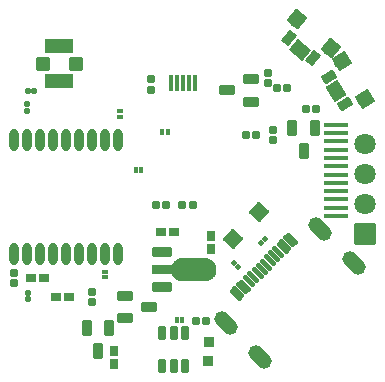
<source format=gbs>
G04 Layer: BottomSolderMaskLayer*
G04 EasyEDA v6.5.22, 2023-02-04 18:08:32*
G04 803b958340a141a7ad8343e076188523,c17a8ced473b4d519dda31697e0e54b6,10*
G04 Gerber Generator version 0.2*
G04 Scale: 100 percent, Rotated: No, Reflected: No *
G04 Dimensions in inches *
G04 leading zeros omitted , absolute positions ,3 integer and 6 decimal *
%FSLAX36Y36*%
%MOIN*%

%AMMACRO1*1,1,$1,$2,$3*1,1,$1,$4,$5*1,1,$1,0-$2,0-$3*1,1,$1,0-$4,0-$5*20,1,$1,$2,$3,$4,$5,0*20,1,$1,$4,$5,0-$2,0-$3,0*20,1,$1,0-$2,0-$3,0-$4,0-$5,0*20,1,$1,0-$4,0-$5,$2,$3,0*4,1,4,$2,$3,$4,$5,0-$2,0-$3,0-$4,0-$5,$2,$3,0*%
%AMMACRO2*1,1,$1,$2,$3*1,1,$1,$4,$5*20,1,$1,$2,$3,$4,$5,0*%
%ADD10MACRO1,0.004X0.0059X0.0256X-0.0059X0.0256*%
%ADD11MACRO1,0.004X0.0257X-0.0002X0.0111X0.0232*%
%ADD12MACRO1,0.004X0.033X-0.0119X0.0038X0.0348*%
%ADD13MACRO1,0.004X0.032X-0.0067X0.008X0.0317*%
%ADD14C,0.0354*%
%ADD15MACRO1,0.004X0.0245X0.0077X0.0034X0.0254*%
%ADD16MACRO1,0.004X0.035X-0.0011X-0.0072X0.0343*%
%ADD17MACRO1,0.004X0.0325X0.0035X-0.0022X0.0326*%
%ADD18MACRO1,0.004X-0.0433X-0.0217X0.0433X-0.0217*%
%ADD19MACRO1,0.004X0.0197X-0.0207X0.0197X0.0207*%
%ADD20O,0.031559X0.07380300000000001*%
%ADD21MACRO1,0.004X-0.0157X-0.0157X0.0157X-0.0157*%
%ADD22MACRO1,0.004X-0.0111X0.0195X-0.0195X0.0111*%
%ADD23MACRO2,0.0512X-0.0139X0.0139X0.0139X-0.0139*%
%ADD24MACRO1,0.004X0.0106X0.0156X-0.0106X0.0156*%
%ADD25MACRO1,0.004X0.0106X-0.0156X-0.0106X-0.0156*%
%ADD26MACRO1,0.004X0.006X-0.0064X0.006X0.0064*%
%ADD27MACRO1,0.004X-0.006X-0.0064X-0.006X0.0064*%
%ADD28MACRO1,0.004X-0.0106X-0.0111X0.0106X-0.0111*%
%ADD29MACRO1,0.004X-0.0106X0.0111X0.0106X0.0111*%
%ADD30MACRO1,0.004X-0.0111X0.0106X-0.0111X-0.0106*%
%ADD31MACRO1,0.004X0.0111X0.0106X0.0111X-0.0106*%
%ADD32MACRO1,0.004X0.0111X-0.0106X0.0111X0.0106*%
%ADD33MACRO1,0.004X-0.0111X-0.0106X-0.0111X0.0106*%
%ADD34MACRO1,0.004X-0.0064X-0.006X0.0064X-0.006*%
%ADD35MACRO1,0.004X-0.0064X0.006X0.0064X0.006*%
%ADD36MACRO1,0.004X0.0106X0.0111X-0.0106X0.0111*%
%ADD37MACRO1,0.004X0.0106X-0.0111X-0.0106X-0.0111*%
%ADD38MACRO1,0.0039X-0.0394X0.0059X-0.0394X-0.0059*%
%ADD39MACRO1,0.004X-0.0064X-0.0073X0.0064X-0.0073*%
%ADD40MACRO1,0.004X-0.0064X0.0073X0.0064X0.0073*%
%ADD41MACRO1,0.004X-0.0073X0.0064X-0.0073X-0.0064*%
%ADD42MACRO1,0.004X0.0073X0.0064X0.0073X-0.0064*%
%ADD43MACRO1,0.004X-0.0087X0.0003X0.0003X-0.0087*%
%ADD44MACRO1,0.004X-0.0003X0.0087X0.0087X-0.0003*%
%ADD45MACRO1,0.004X-0.0003X-0.0087X0.0087X0.0003*%
%ADD46MACRO1,0.004X-0.0087X-0.0003X0.0003X0.0087*%
%ADD47MACRO1,0.004X0.0138X-0.0246X0.0138X0.0246*%
%ADD48MACRO1,0.004X-0.0156X0.0106X-0.0156X-0.0106*%
%ADD49MACRO1,0.004X0.0156X0.0106X0.0156X-0.0106*%
%ADD50MACRO1,0.004X-0.0106X-0.0156X0.0106X-0.0156*%
%ADD51MACRO1,0.004X-0.0106X0.0156X0.0106X0.0156*%
%ADD52MACRO1,0.004X-0.0108X0.0197X-0.0108X-0.0197*%
%ADD53MACRO1,0.004X-0.0246X-0.0138X0.0246X-0.0138*%
%ADD54MACRO1,0.004X0.0156X-0.0106X0.0156X0.0106*%
%ADD55MACRO1,0.004X-0.0156X-0.0106X-0.0156X0.0106*%
%ADD56MACRO1,0.004X-0.031X-0.0132X-0.031X0.0132*%
%ADD57MACRO1,0.004X0.0246X0.0138X-0.0246X0.0138*%
%ADD58MACRO1,0.004X0.0006X-0.0334X0.0334X0.0006*%
%ADD59MACRO1,0.004X-0.0335X-0.0335X-0.0335X0.0335*%
%ADD60C,0.0709*%
%ADD61C,0.0148*%

%LPD*%
D10*
G01*
X91599Y369399D03*
G01*
X71599Y369399D03*
G01*
X31599Y369399D03*
G01*
X11599Y369399D03*
G01*
X51599Y369399D03*
D11*
G01*
X592104Y300915D03*
G01*
X536818Y389393D03*
D12*
G01*
X559453Y342024D03*
D13*
G01*
X658147Y317811D03*
G01*
X580954Y441345D03*
D14*
G01*
X648389Y311719D03*
G01*
X571199Y435249D03*
D15*
G01*
X485282Y451251D03*
G01*
X405361Y518313D03*
D16*
G01*
X441525Y480258D03*
D17*
G01*
X542872Y487728D03*
G01*
X431283Y581362D03*
D14*
G01*
X535479Y478919D03*
G01*
X423890Y572549D03*
D18*
G01*
X-361276Y374623D03*
D19*
G01*
X-305178Y433679D03*
D18*
G01*
X-361276Y492734D03*
D19*
G01*
X-417380Y433679D03*
D20*
G01*
X-166250Y-201010D03*
G01*
X-209560Y-201010D03*
G01*
X-252870Y-201010D03*
G01*
X-296170Y-201010D03*
G01*
X-339480Y-201010D03*
G01*
X-382789Y-201010D03*
G01*
X-426090Y-201010D03*
G01*
X-469399Y-201010D03*
G01*
X-512709Y-201010D03*
G01*
X-512709Y177849D03*
G01*
X-469399Y177849D03*
G01*
X-426090Y177849D03*
G01*
X-382789Y177849D03*
G01*
X-339480Y177849D03*
G01*
X-296170Y177849D03*
G01*
X-252870Y177849D03*
G01*
X-209560Y177849D03*
G01*
X-166250Y177849D03*
D21*
G01*
X135790Y-556022D03*
G01*
X136066Y-493069D03*
D22*
G01*
X391204Y-172072D03*
G01*
X382860Y-180416D03*
G01*
X368930Y-194346D03*
G01*
X355035Y-208241D03*
G01*
X341140Y-222136D03*
G01*
X327210Y-236066D03*
G01*
X313280Y-249996D03*
G01*
X299350Y-263926D03*
G01*
X285420Y-277856D03*
G01*
X271490Y-291786D03*
G01*
X257595Y-305680D03*
G01*
X249217Y-314060D03*
G01*
X405134Y-158142D03*
G01*
X413477Y-149799D03*
G01*
X235357Y-327919D03*
G01*
X226977Y-336298D03*
D23*
G01*
X508719Y-118620D03*
G01*
X620070Y-229980D03*
G01*
X195819Y-431520D03*
G01*
X307170Y-542880D03*
D24*
G01*
X144200Y-182259D03*
D25*
G01*
X144200Y-139341D03*
D26*
G01*
X-107089Y79329D03*
D27*
G01*
X-88069Y79329D03*
D28*
G01*
X352020Y214270D03*
D29*
G01*
X352020Y180189D03*
D30*
G01*
X293560Y195829D03*
D31*
G01*
X259479Y195829D03*
D32*
G01*
X460779Y282029D03*
D33*
G01*
X494860Y282029D03*
D34*
G01*
X-157980Y276839D03*
D35*
G01*
X-157980Y257819D03*
D36*
G01*
X-56979Y347789D03*
D37*
G01*
X-56979Y381870D03*
D26*
G01*
X-19589Y206729D03*
D27*
G01*
X-569Y206729D03*
D28*
G01*
X332619Y402270D03*
D29*
G01*
X332619Y368189D03*
D38*
G01*
X561500Y229634D03*
G01*
X561500Y202074D03*
G01*
X561500Y146954D03*
G01*
X561500Y174514D03*
G01*
X561500Y119394D03*
G01*
X561500Y91834D03*
G01*
X561500Y-73515D03*
G01*
X561500Y64274D03*
G01*
X561500Y36714D03*
G01*
X561500Y9164D03*
G01*
X561500Y-18395D03*
G01*
X561500Y-45955D03*
D32*
G01*
X-39091Y-36851D03*
D33*
G01*
X-5010Y-36851D03*
D32*
G01*
X93459Y-422900D03*
D33*
G01*
X127540Y-422900D03*
D32*
G01*
X364059Y353599D03*
D33*
G01*
X398140Y353599D03*
D28*
G01*
X-511399Y-262259D03*
D29*
G01*
X-511399Y-296340D03*
D39*
G01*
X-465099Y-328904D03*
D40*
G01*
X-465099Y-350496D03*
D41*
G01*
X-445604Y342199D03*
D42*
G01*
X-467195Y342199D03*
D34*
G01*
X-209500Y-259090D03*
D35*
G01*
X-209500Y-278110D03*
D43*
G01*
X325224Y-149075D03*
D44*
G01*
X311775Y-162524D03*
D45*
G01*
X221475Y-231075D03*
D46*
G01*
X234924Y-244524D03*
D32*
G01*
X49208Y-37651D03*
D33*
G01*
X83289Y-37651D03*
D47*
G01*
X415799Y220669D03*
G01*
X490599Y220669D03*
G01*
X453199Y141929D03*
D26*
G01*
X29390Y-419600D03*
D27*
G01*
X48410Y-419600D03*
D48*
G01*
X20859Y-127000D03*
D49*
G01*
X-22058Y-127000D03*
D50*
G01*
X-180299Y-525241D03*
D51*
G01*
X-180299Y-568159D03*
D52*
G01*
X-17703Y-575119D03*
G01*
X19697Y-575119D03*
G01*
X57097Y-575119D03*
G01*
X57097Y-464879D03*
G01*
X19697Y-464879D03*
G01*
X-17703Y-464879D03*
D53*
G01*
X276469Y382099D03*
G01*
X276469Y307300D03*
G01*
X197730Y344700D03*
D39*
G01*
X-468499Y299295D03*
D40*
G01*
X-468499Y277703D03*
D54*
G01*
X-456759Y-281700D03*
D55*
G01*
X-413841Y-281700D03*
D56*
G01*
X-20198Y-311350D03*
G01*
X-20198Y-193240D03*
G36*
X48220Y-291670D02*
G01*
X44620Y-291270D01*
X42719Y-290970D01*
X39120Y-290170D01*
X37420Y-289570D01*
X35619Y-288970D01*
X33919Y-288270D01*
X32319Y-287470D01*
X30720Y-286570D01*
X27520Y-284570D01*
X26019Y-283470D01*
X24620Y-282370D01*
X23220Y-281070D01*
X20619Y-278470D01*
X19520Y-277070D01*
X18320Y-275570D01*
X16319Y-272570D01*
X15420Y-270869D01*
X14520Y-269070D01*
X14120Y-267270D01*
X-53180Y-267270D01*
X-53180Y-237370D01*
X14120Y-237370D01*
X14520Y-235470D01*
X15420Y-233670D01*
X16319Y-232070D01*
X17319Y-230570D01*
X18320Y-228970D01*
X19520Y-227570D01*
X20619Y-226170D01*
X21920Y-224770D01*
X23220Y-223470D01*
X26019Y-221070D01*
X27520Y-220070D01*
X29120Y-218970D01*
X32319Y-217170D01*
X33919Y-216370D01*
X35619Y-215670D01*
X37420Y-215070D01*
X39120Y-214470D01*
X40919Y-213970D01*
X42719Y-213670D01*
X44620Y-213369D01*
X46419Y-213070D01*
X48220Y-212970D01*
X124920Y-212970D01*
X126819Y-213070D01*
X132219Y-213970D01*
X134020Y-214470D01*
X135820Y-215070D01*
X137520Y-215670D01*
X139220Y-216370D01*
X140919Y-217170D01*
X144120Y-218970D01*
X145619Y-220070D01*
X147120Y-221070D01*
X149920Y-223470D01*
X151220Y-224770D01*
X152520Y-226170D01*
X153720Y-227570D01*
X154819Y-228970D01*
X155919Y-230570D01*
X156920Y-232070D01*
X157820Y-233670D01*
X159420Y-237070D01*
X160619Y-240470D01*
X161620Y-244070D01*
X162219Y-247670D01*
X162319Y-249570D01*
X162420Y-251370D01*
X162420Y-253270D01*
X162219Y-256870D01*
X161920Y-258770D01*
X161620Y-260570D01*
X160619Y-264170D01*
X159420Y-267570D01*
X158620Y-269270D01*
X157820Y-270869D01*
X156920Y-272570D01*
X155919Y-274070D01*
X153720Y-277070D01*
X152520Y-278470D01*
X149920Y-281070D01*
X148519Y-282370D01*
X147120Y-283470D01*
X145619Y-284570D01*
X144120Y-285570D01*
X142520Y-286570D01*
X140919Y-287470D01*
X139220Y-288270D01*
X137520Y-288970D01*
X135820Y-289570D01*
X134020Y-290170D01*
X130420Y-290970D01*
X128620Y-291270D01*
X126819Y-291470D01*
X124920Y-291670D01*
G37*
D48*
G01*
X-328741Y-344200D03*
D49*
G01*
X-371658Y-344200D03*
D47*
G01*
X-270099Y-445730D03*
G01*
X-195300Y-445730D03*
G01*
X-232700Y-524470D03*
D57*
G01*
X-142369Y-414000D03*
G01*
X-142369Y-339200D03*
G01*
X-63629Y-376600D03*
D36*
G01*
X-252600Y-361640D03*
D37*
G01*
X-252600Y-327559D03*
D58*
G01*
X303459Y-60888D03*
G01*
X215943Y-151514D03*
D59*
G01*
X659220Y-132270D03*
D60*
G01*
X659220Y-32270D03*
G01*
X659220Y67729D03*
G01*
X659220Y167729D03*
M02*

</source>
